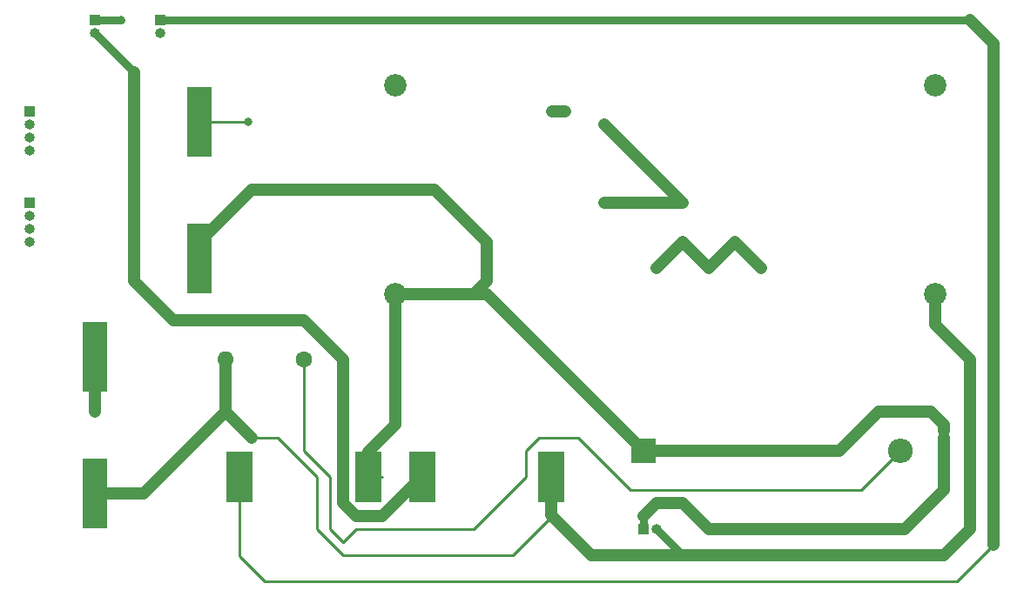
<source format=gbr>
%TF.GenerationSoftware,KiCad,Pcbnew,(5.1.10)-1*%
%TF.CreationDate,2021-08-16T12:44:53+12:00*%
%TF.ProjectId,pcbOutput,7063624f-7574-4707-9574-2e6b69636164,rev?*%
%TF.SameCoordinates,Original*%
%TF.FileFunction,Copper,L1,Top*%
%TF.FilePolarity,Positive*%
%FSLAX46Y46*%
G04 Gerber Fmt 4.6, Leading zero omitted, Abs format (unit mm)*
G04 Created by KiCad (PCBNEW (5.1.10)-1) date 2021-08-16 12:44:53*
%MOMM*%
%LPD*%
G01*
G04 APERTURE LIST*
%TA.AperFunction,ComponentPad*%
%ADD10C,1.600000*%
%TD*%
%TA.AperFunction,ComponentPad*%
%ADD11O,1.600000X1.600000*%
%TD*%
%TA.AperFunction,SMDPad,CuDef*%
%ADD12R,2.500000X5.000000*%
%TD*%
%TA.AperFunction,ComponentPad*%
%ADD13O,1.000000X1.000000*%
%TD*%
%TA.AperFunction,ComponentPad*%
%ADD14R,1.000000X1.000000*%
%TD*%
%TA.AperFunction,ComponentPad*%
%ADD15O,2.400000X2.400000*%
%TD*%
%TA.AperFunction,ComponentPad*%
%ADD16R,2.400000X2.400000*%
%TD*%
%TA.AperFunction,ComponentPad*%
%ADD17C,2.175000*%
%TD*%
%TA.AperFunction,SMDPad,CuDef*%
%ADD18R,2.450000X6.850000*%
%TD*%
%TA.AperFunction,ViaPad*%
%ADD19C,0.800000*%
%TD*%
%TA.AperFunction,Conductor*%
%ADD20C,1.200000*%
%TD*%
%TA.AperFunction,Conductor*%
%ADD21C,0.800000*%
%TD*%
%TA.AperFunction,Conductor*%
%ADD22C,0.250000*%
%TD*%
G04 APERTURE END LIST*
D10*
%TO.P,R1,1*%
%TO.N,Net-(C4-Pad2)*%
X58420000Y-72390000D03*
D11*
%TO.P,R1,2*%
%TO.N,Net-(C1-Pad1)*%
X50800000Y-72390000D03*
%TD*%
D12*
%TO.P,L2,2*%
%TO.N,Net-(C2-Pad1)*%
X64670000Y-83820000D03*
%TO.P,L2,1*%
%TO.N,Net-(J5-Pad1)*%
X52170000Y-83820000D03*
%TD*%
%TO.P,L1,2*%
%TO.N,Net-(J1-Pad2)*%
X69950000Y-83820000D03*
%TO.P,L1,1*%
%TO.N,Net-(C1-Pad1)*%
X82450000Y-83820000D03*
%TD*%
D13*
%TO.P,J5,2*%
%TO.N,Net-(J5-Pad2)*%
X44450000Y-40640000D03*
D14*
%TO.P,J5,1*%
%TO.N,Net-(J5-Pad1)*%
X44450000Y-39370000D03*
%TD*%
D13*
%TO.P,J4,2*%
%TO.N,Net-(C1-Pad1)*%
X92710000Y-88900000D03*
D14*
%TO.P,J4,1*%
%TO.N,Net-(C2-Pad1)*%
X91440000Y-88900000D03*
%TD*%
D13*
%TO.P,J3,4*%
%TO.N,Net-(J3-Pad4)*%
X31750000Y-60960000D03*
%TO.P,J3,3*%
%TO.N,Net-(J3-Pad3)*%
X31750000Y-59690000D03*
%TO.P,J3,2*%
%TO.N,Net-(J3-Pad2)*%
X31750000Y-58420000D03*
D14*
%TO.P,J3,1*%
%TO.N,Net-(J3-Pad1)*%
X31750000Y-57150000D03*
%TD*%
D13*
%TO.P,J2,4*%
%TO.N,Net-(J2-Pad4)*%
X31750000Y-52070000D03*
%TO.P,J2,3*%
%TO.N,Net-(J2-Pad3)*%
X31750000Y-50800000D03*
%TO.P,J2,2*%
%TO.N,Net-(J2-Pad2)*%
X31750000Y-49530000D03*
D14*
%TO.P,J2,1*%
%TO.N,Net-(J2-Pad1)*%
X31750000Y-48260000D03*
%TD*%
D13*
%TO.P,J1,2*%
%TO.N,Net-(J1-Pad2)*%
X38100000Y-40640000D03*
D14*
%TO.P,J1,1*%
%TO.N,GND*%
X38100000Y-39370000D03*
%TD*%
D15*
%TO.P,C4,2*%
%TO.N,Net-(C4-Pad2)*%
X116440000Y-81280000D03*
D16*
%TO.P,C4,1*%
%TO.N,Net-(C2-Pad1)*%
X91440000Y-81280000D03*
%TD*%
D17*
%TO.P,C3,4*%
%TO.N,N/C*%
X67310000Y-45740000D03*
%TO.P,C3,3*%
X119810000Y-45740000D03*
%TO.P,C3,2*%
%TO.N,Net-(C1-Pad1)*%
X119810000Y-66040000D03*
%TO.P,C3,1*%
%TO.N,Net-(C2-Pad1)*%
X67310000Y-66040000D03*
%TD*%
D18*
%TO.P,C2,2*%
%TO.N,GND*%
X48260000Y-49230000D03*
%TO.P,C2,1*%
%TO.N,Net-(C2-Pad1)*%
X48260000Y-62530000D03*
%TD*%
%TO.P,C1,2*%
%TO.N,GND*%
X38100000Y-72090000D03*
%TO.P,C1,1*%
%TO.N,Net-(C1-Pad1)*%
X38100000Y-85390000D03*
%TD*%
D19*
%TO.N,GND*%
X40640000Y-39370000D03*
X53040000Y-49230000D03*
X38100000Y-77470000D03*
%TD*%
D20*
%TO.N,*%
X87630000Y-49530000D02*
X95250000Y-57150000D01*
X95250000Y-57150000D02*
X87630000Y-57150000D01*
X92710000Y-63500000D02*
X95250000Y-60960000D01*
X95250000Y-60960000D02*
X97790000Y-63500000D01*
X97790000Y-63500000D02*
X100330000Y-60960000D01*
X100330000Y-60960000D02*
X102870000Y-63500000D01*
X83820000Y-48260000D02*
X82550000Y-48260000D01*
D21*
%TO.N,GND*%
X38100000Y-39370000D02*
X40640000Y-39370000D01*
D22*
X48260000Y-49230000D02*
X53040000Y-49230000D01*
X40640000Y-39370000D02*
X40640000Y-39370000D01*
X53040000Y-49230000D02*
X53040000Y-49230000D01*
D20*
X38100000Y-72090000D02*
X38100000Y-77470000D01*
D22*
X38100000Y-77470000D02*
X38100000Y-77470000D01*
D20*
%TO.N,Net-(C1-Pad1)*%
X119810000Y-66040000D02*
X119810000Y-69010000D01*
X119810000Y-69010000D02*
X123190000Y-72390000D01*
X123190000Y-72390000D02*
X123190000Y-88900000D01*
X123190000Y-88900000D02*
X120650000Y-91440000D01*
D21*
X95250000Y-91440000D02*
X92710000Y-88900000D01*
D20*
X120650000Y-91440000D02*
X95250000Y-91440000D01*
X82450000Y-83820000D02*
X82450000Y-87530000D01*
X86360000Y-91440000D02*
X95250000Y-91440000D01*
D22*
X78740000Y-91440000D02*
X82550000Y-87630000D01*
X62230000Y-91440000D02*
X78740000Y-91440000D01*
X59690000Y-88900000D02*
X62230000Y-91440000D01*
X59690000Y-83820000D02*
X59690000Y-88900000D01*
X55880000Y-80010000D02*
X59690000Y-83820000D01*
X53340000Y-80010000D02*
X55880000Y-80010000D01*
D20*
X50800000Y-77470000D02*
X53340000Y-80010000D01*
X50800000Y-72390000D02*
X50800000Y-77470000D01*
X82550000Y-87630000D02*
X86360000Y-91440000D01*
D22*
X82450000Y-87530000D02*
X82550000Y-87630000D01*
D20*
X42880000Y-85390000D02*
X38100000Y-85390000D01*
X50800000Y-77470000D02*
X42880000Y-85390000D01*
D22*
%TO.N,Net-(C2-Pad1)*%
X64670000Y-83820000D02*
X66040000Y-83820000D01*
X48260000Y-62530000D02*
X48260000Y-60960000D01*
D20*
X48260000Y-60960000D02*
X53340000Y-55880000D01*
X53340000Y-55880000D02*
X71120000Y-55880000D01*
X71120000Y-55880000D02*
X76200000Y-60960000D01*
X76200000Y-60960000D02*
X76200000Y-64770000D01*
X74930000Y-66040000D02*
X67310000Y-66040000D01*
X76200000Y-64770000D02*
X74930000Y-66040000D01*
X67310000Y-66040000D02*
X67310000Y-72390000D01*
D22*
X64670000Y-83820000D02*
X64670000Y-81380000D01*
D20*
X67310000Y-78740000D02*
X67310000Y-72390000D01*
X64670000Y-81380000D02*
X67310000Y-78740000D01*
D21*
X91440000Y-87630000D02*
X91440000Y-88900000D01*
D20*
X92710000Y-86360000D02*
X91440000Y-87630000D01*
X95250000Y-86360000D02*
X92710000Y-86360000D01*
X97790000Y-88900000D02*
X95250000Y-86360000D01*
X120650000Y-78740000D02*
X120650000Y-79327002D01*
X119380000Y-77470000D02*
X120650000Y-78740000D01*
X110490000Y-81280000D02*
X114300000Y-77470000D01*
X114300000Y-77470000D02*
X119380000Y-77470000D01*
X91440000Y-81280000D02*
X110490000Y-81280000D01*
X110490000Y-88900000D02*
X116840000Y-88900000D01*
D22*
X111077002Y-88900000D02*
X110490000Y-88900000D01*
D20*
X110490000Y-88900000D02*
X97790000Y-88900000D01*
X116840000Y-88900000D02*
X120650000Y-85090000D01*
X120650000Y-85090000D02*
X120650000Y-80010000D01*
X76200000Y-66040000D02*
X74930000Y-66040000D01*
X91440000Y-81280000D02*
X76200000Y-66040000D01*
D22*
%TO.N,Net-(C4-Pad2)*%
X112630000Y-85090000D02*
X116440000Y-81280000D01*
X81280000Y-80010000D02*
X85090000Y-80010000D01*
X80010000Y-81280000D02*
X81280000Y-80010000D01*
X85090000Y-80010000D02*
X90170000Y-85090000D01*
X80010000Y-83820000D02*
X80010000Y-81280000D01*
X74930000Y-88900000D02*
X80010000Y-83820000D01*
X90170000Y-85090000D02*
X112630000Y-85090000D01*
X63500000Y-88900000D02*
X74930000Y-88900000D01*
X60960000Y-83820000D02*
X60960000Y-88900000D01*
X62230000Y-90170000D02*
X63500000Y-88900000D01*
X58420000Y-81280000D02*
X60960000Y-83820000D01*
X60960000Y-88900000D02*
X62230000Y-90170000D01*
X58420000Y-72390000D02*
X58420000Y-81280000D01*
%TO.N,Net-(J1-Pad2)*%
X69950000Y-83820000D02*
X69950000Y-84990000D01*
D20*
X45720000Y-68580000D02*
X41910000Y-64770000D01*
D21*
X41910000Y-44450000D02*
X38100000Y-40640000D01*
D20*
X58420000Y-68580000D02*
X45720000Y-68580000D01*
X41910000Y-64770000D02*
X41910000Y-44450000D01*
X62230000Y-72390000D02*
X58420000Y-68580000D01*
X63500000Y-87630000D02*
X62230000Y-86360000D01*
X66040000Y-87630000D02*
X63500000Y-87630000D01*
X69850000Y-83820000D02*
X66040000Y-87630000D01*
X62230000Y-86360000D02*
X62230000Y-72390000D01*
D22*
X69950000Y-83820000D02*
X69850000Y-83820000D01*
%TO.N,Net-(J5-Pad1)*%
X54610000Y-93980000D02*
X52170000Y-91540000D01*
X125462183Y-90437817D02*
X121920000Y-93980000D01*
X121920000Y-93980000D02*
X54610000Y-93980000D01*
D20*
X125462183Y-41642183D02*
X125462183Y-90437817D01*
D22*
X52170000Y-91540000D02*
X52170000Y-83820000D01*
D20*
X123190000Y-39370000D02*
X125462183Y-41642183D01*
D21*
X44450000Y-39370000D02*
X123190000Y-39370000D01*
%TD*%
M02*

</source>
